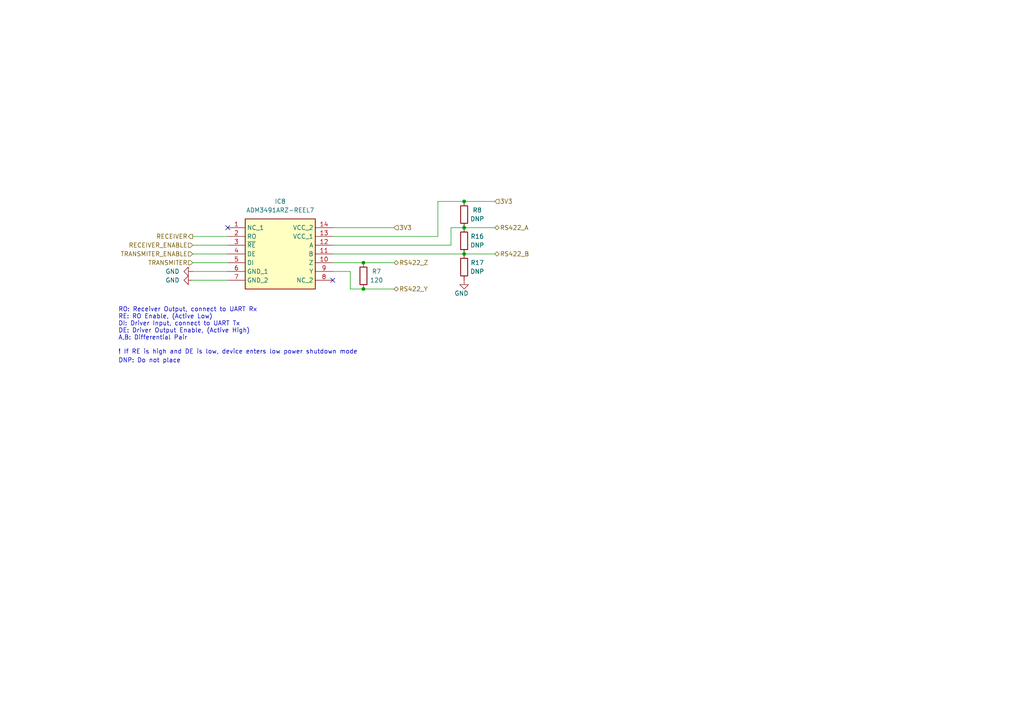
<source format=kicad_sch>
(kicad_sch
	(version 20231120)
	(generator "eeschema")
	(generator_version "8.0")
	(uuid "1d51142f-987f-4097-8913-d937f97f9417")
	(paper "A4")
	(lib_symbols
		(symbol "ADM3491ARZ-REEL7:ADM3491ARZ-REEL7"
			(exclude_from_sim no)
			(in_bom yes)
			(on_board yes)
			(property "Reference" "IC"
				(at 26.67 7.62 0)
				(effects
					(font
						(size 1.27 1.27)
					)
					(justify left top)
				)
			)
			(property "Value" "ADM3491ARZ-REEL7"
				(at 26.67 5.08 0)
				(effects
					(font
						(size 1.27 1.27)
					)
					(justify left top)
				)
			)
			(property "Footprint" "SOIC127P600X175-14N"
				(at 26.67 -94.92 0)
				(effects
					(font
						(size 1.27 1.27)
					)
					(justify left top)
					(hide yes)
				)
			)
			(property "Datasheet" "https://www.analog.com/media/en/technical-documentation/data-sheets/ADM3483_3485_3488_3490_3491.pdf"
				(at 26.67 -194.92 0)
				(effects
					(font
						(size 1.27 1.27)
					)
					(justify left top)
					(hide yes)
				)
			)
			(property "Description" "Single Transmitter/Receiver RS-422/RS-485 14-Pin SOIC N T/R"
				(at 0 0 0)
				(effects
					(font
						(size 1.27 1.27)
					)
					(hide yes)
				)
			)
			(property "Height" "1.75"
				(at 26.67 -394.92 0)
				(effects
					(font
						(size 1.27 1.27)
					)
					(justify left top)
					(hide yes)
				)
			)
			(property "Mouser Part Number" "584-ADM3491ARZ-R7"
				(at 26.67 -494.92 0)
				(effects
					(font
						(size 1.27 1.27)
					)
					(justify left top)
					(hide yes)
				)
			)
			(property "Mouser Price/Stock" "https://www.mouser.co.uk/ProductDetail/Analog-Devices/ADM3491ARZ-REEL7?qs=BpaRKvA4VqFzaBp8iOiNPQ%3D%3D"
				(at 26.67 -594.92 0)
				(effects
					(font
						(size 1.27 1.27)
					)
					(justify left top)
					(hide yes)
				)
			)
			(property "Manufacturer_Name" "Analog Devices"
				(at 26.67 -694.92 0)
				(effects
					(font
						(size 1.27 1.27)
					)
					(justify left top)
					(hide yes)
				)
			)
			(property "Manufacturer_Part_Number" "ADM3491ARZ-REEL7"
				(at 26.67 -794.92 0)
				(effects
					(font
						(size 1.27 1.27)
					)
					(justify left top)
					(hide yes)
				)
			)
			(symbol "ADM3491ARZ-REEL7_1_1"
				(rectangle
					(start 5.08 2.54)
					(end 25.4 -17.78)
					(stroke
						(width 0.254)
						(type default)
					)
					(fill
						(type background)
					)
				)
				(pin passive line
					(at 0 0 0)
					(length 5.08)
					(name "NC_1"
						(effects
							(font
								(size 1.27 1.27)
							)
						)
					)
					(number "1"
						(effects
							(font
								(size 1.27 1.27)
							)
						)
					)
				)
				(pin passive line
					(at 30.48 -10.16 180)
					(length 5.08)
					(name "Z"
						(effects
							(font
								(size 1.27 1.27)
							)
						)
					)
					(number "10"
						(effects
							(font
								(size 1.27 1.27)
							)
						)
					)
				)
				(pin passive line
					(at 30.48 -7.62 180)
					(length 5.08)
					(name "B"
						(effects
							(font
								(size 1.27 1.27)
							)
						)
					)
					(number "11"
						(effects
							(font
								(size 1.27 1.27)
							)
						)
					)
				)
				(pin passive line
					(at 30.48 -5.08 180)
					(length 5.08)
					(name "A"
						(effects
							(font
								(size 1.27 1.27)
							)
						)
					)
					(number "12"
						(effects
							(font
								(size 1.27 1.27)
							)
						)
					)
				)
				(pin passive line
					(at 30.48 -2.54 180)
					(length 5.08)
					(name "VCC_1"
						(effects
							(font
								(size 1.27 1.27)
							)
						)
					)
					(number "13"
						(effects
							(font
								(size 1.27 1.27)
							)
						)
					)
				)
				(pin passive line
					(at 30.48 0 180)
					(length 5.08)
					(name "VCC_2"
						(effects
							(font
								(size 1.27 1.27)
							)
						)
					)
					(number "14"
						(effects
							(font
								(size 1.27 1.27)
							)
						)
					)
				)
				(pin passive line
					(at 0 -2.54 0)
					(length 5.08)
					(name "RO"
						(effects
							(font
								(size 1.27 1.27)
							)
						)
					)
					(number "2"
						(effects
							(font
								(size 1.27 1.27)
							)
						)
					)
				)
				(pin passive line
					(at 0 -5.08 0)
					(length 5.08)
					(name "~{RE}"
						(effects
							(font
								(size 1.27 1.27)
							)
						)
					)
					(number "3"
						(effects
							(font
								(size 1.27 1.27)
							)
						)
					)
				)
				(pin passive line
					(at 0 -7.62 0)
					(length 5.08)
					(name "DE"
						(effects
							(font
								(size 1.27 1.27)
							)
						)
					)
					(number "4"
						(effects
							(font
								(size 1.27 1.27)
							)
						)
					)
				)
				(pin passive line
					(at 0 -10.16 0)
					(length 5.08)
					(name "DI"
						(effects
							(font
								(size 1.27 1.27)
							)
						)
					)
					(number "5"
						(effects
							(font
								(size 1.27 1.27)
							)
						)
					)
				)
				(pin passive line
					(at 0 -12.7 0)
					(length 5.08)
					(name "GND_1"
						(effects
							(font
								(size 1.27 1.27)
							)
						)
					)
					(number "6"
						(effects
							(font
								(size 1.27 1.27)
							)
						)
					)
				)
				(pin passive line
					(at 0 -15.24 0)
					(length 5.08)
					(name "GND_2"
						(effects
							(font
								(size 1.27 1.27)
							)
						)
					)
					(number "7"
						(effects
							(font
								(size 1.27 1.27)
							)
						)
					)
				)
				(pin passive line
					(at 30.48 -15.24 180)
					(length 5.08)
					(name "NC_2"
						(effects
							(font
								(size 1.27 1.27)
							)
						)
					)
					(number "8"
						(effects
							(font
								(size 1.27 1.27)
							)
						)
					)
				)
				(pin passive line
					(at 30.48 -12.7 180)
					(length 5.08)
					(name "Y"
						(effects
							(font
								(size 1.27 1.27)
							)
						)
					)
					(number "9"
						(effects
							(font
								(size 1.27 1.27)
							)
						)
					)
				)
			)
		)
		(symbol "Device:R"
			(pin_numbers hide)
			(pin_names
				(offset 0)
			)
			(exclude_from_sim no)
			(in_bom yes)
			(on_board yes)
			(property "Reference" "R"
				(at 2.032 0 90)
				(effects
					(font
						(size 1.27 1.27)
					)
				)
			)
			(property "Value" "R"
				(at 0 0 90)
				(effects
					(font
						(size 1.27 1.27)
					)
				)
			)
			(property "Footprint" ""
				(at -1.778 0 90)
				(effects
					(font
						(size 1.27 1.27)
					)
					(hide yes)
				)
			)
			(property "Datasheet" "~"
				(at 0 0 0)
				(effects
					(font
						(size 1.27 1.27)
					)
					(hide yes)
				)
			)
			(property "Description" "Resistor"
				(at 0 0 0)
				(effects
					(font
						(size 1.27 1.27)
					)
					(hide yes)
				)
			)
			(property "ki_keywords" "R res resistor"
				(at 0 0 0)
				(effects
					(font
						(size 1.27 1.27)
					)
					(hide yes)
				)
			)
			(property "ki_fp_filters" "R_*"
				(at 0 0 0)
				(effects
					(font
						(size 1.27 1.27)
					)
					(hide yes)
				)
			)
			(symbol "R_0_1"
				(rectangle
					(start -1.016 -2.54)
					(end 1.016 2.54)
					(stroke
						(width 0.254)
						(type default)
					)
					(fill
						(type none)
					)
				)
			)
			(symbol "R_1_1"
				(pin passive line
					(at 0 3.81 270)
					(length 1.27)
					(name "~"
						(effects
							(font
								(size 1.27 1.27)
							)
						)
					)
					(number "1"
						(effects
							(font
								(size 1.27 1.27)
							)
						)
					)
				)
				(pin passive line
					(at 0 -3.81 90)
					(length 1.27)
					(name "~"
						(effects
							(font
								(size 1.27 1.27)
							)
						)
					)
					(number "2"
						(effects
							(font
								(size 1.27 1.27)
							)
						)
					)
				)
			)
		)
		(symbol "power:GND"
			(power)
			(pin_names
				(offset 0)
			)
			(exclude_from_sim no)
			(in_bom yes)
			(on_board yes)
			(property "Reference" "#PWR"
				(at 0 -6.35 0)
				(effects
					(font
						(size 1.27 1.27)
					)
					(hide yes)
				)
			)
			(property "Value" "GND"
				(at 0 -3.81 0)
				(effects
					(font
						(size 1.27 1.27)
					)
				)
			)
			(property "Footprint" ""
				(at 0 0 0)
				(effects
					(font
						(size 1.27 1.27)
					)
					(hide yes)
				)
			)
			(property "Datasheet" ""
				(at 0 0 0)
				(effects
					(font
						(size 1.27 1.27)
					)
					(hide yes)
				)
			)
			(property "Description" "Power symbol creates a global label with name \"GND\" , ground"
				(at 0 0 0)
				(effects
					(font
						(size 1.27 1.27)
					)
					(hide yes)
				)
			)
			(property "ki_keywords" "global power"
				(at 0 0 0)
				(effects
					(font
						(size 1.27 1.27)
					)
					(hide yes)
				)
			)
			(symbol "GND_0_1"
				(polyline
					(pts
						(xy 0 0) (xy 0 -1.27) (xy 1.27 -1.27) (xy 0 -2.54) (xy -1.27 -1.27) (xy 0 -1.27)
					)
					(stroke
						(width 0)
						(type default)
					)
					(fill
						(type none)
					)
				)
			)
			(symbol "GND_1_1"
				(pin power_in line
					(at 0 0 270)
					(length 0) hide
					(name "GND"
						(effects
							(font
								(size 1.27 1.27)
							)
						)
					)
					(number "1"
						(effects
							(font
								(size 1.27 1.27)
							)
						)
					)
				)
			)
		)
	)
	(junction
		(at 105.41 83.82)
		(diameter 0)
		(color 0 0 0 0)
		(uuid "1b9ca251-ce5f-4ac7-bfa0-b49ea8d22997")
	)
	(junction
		(at 105.41 76.2)
		(diameter 0)
		(color 0 0 0 0)
		(uuid "7d4371a1-59eb-44e1-bb14-bac6ffd7c838")
	)
	(junction
		(at 134.62 73.66)
		(diameter 0)
		(color 0 0 0 0)
		(uuid "9b52b08d-78bf-4ad4-b659-4433171929d4")
	)
	(junction
		(at 134.62 66.04)
		(diameter 0)
		(color 0 0 0 0)
		(uuid "ceb74945-71c3-4f26-b6b9-6fc1d3f9de1b")
	)
	(junction
		(at 134.62 58.42)
		(diameter 0)
		(color 0 0 0 0)
		(uuid "d08c1fed-dbe8-4199-a6b1-5bcff3f82846")
	)
	(no_connect
		(at 96.52 81.28)
		(uuid "6da1407b-23fa-4951-87e7-fe9dba4bf436")
	)
	(no_connect
		(at 66.04 66.04)
		(uuid "f9a98665-8ab6-49a8-89bd-4a32a4e00e77")
	)
	(wire
		(pts
			(xy 55.88 76.2) (xy 66.04 76.2)
		)
		(stroke
			(width 0)
			(type default)
		)
		(uuid "0ca74e94-1e79-4cc8-a03c-01e1da33ec1c")
	)
	(wire
		(pts
			(xy 55.88 71.12) (xy 66.04 71.12)
		)
		(stroke
			(width 0)
			(type default)
		)
		(uuid "1989d83e-7e19-4f39-bef7-c55437dd298f")
	)
	(wire
		(pts
			(xy 130.81 66.04) (xy 130.81 71.12)
		)
		(stroke
			(width 0)
			(type default)
		)
		(uuid "1a26bfb6-5ea9-495d-aa35-c68f459922de")
	)
	(wire
		(pts
			(xy 134.62 58.42) (xy 127 58.42)
		)
		(stroke
			(width 0)
			(type default)
		)
		(uuid "1ebcfa24-904a-4179-a79a-eb0ea7fc8e42")
	)
	(wire
		(pts
			(xy 134.62 58.42) (xy 143.51 58.42)
		)
		(stroke
			(width 0)
			(type default)
		)
		(uuid "1f45aa1a-32b7-4aea-b7bd-90e91fe958df")
	)
	(wire
		(pts
			(xy 127 68.58) (xy 96.52 68.58)
		)
		(stroke
			(width 0)
			(type default)
		)
		(uuid "4f3161a2-54b0-4f8a-9cd0-55ec0a131ad0")
	)
	(wire
		(pts
			(xy 105.41 83.82) (xy 114.3 83.82)
		)
		(stroke
			(width 0)
			(type default)
		)
		(uuid "5a3c8c89-162a-4a56-acc7-8413e3992df5")
	)
	(wire
		(pts
			(xy 101.6 83.82) (xy 105.41 83.82)
		)
		(stroke
			(width 0)
			(type default)
		)
		(uuid "630978dc-76f0-471e-8a7d-0e135fefbe49")
	)
	(wire
		(pts
			(xy 105.41 76.2) (xy 114.3 76.2)
		)
		(stroke
			(width 0)
			(type default)
		)
		(uuid "75ce009a-f636-44ff-83b1-35f7f8dc3767")
	)
	(wire
		(pts
			(xy 114.3 66.04) (xy 96.52 66.04)
		)
		(stroke
			(width 0)
			(type default)
		)
		(uuid "842b9b9a-43b3-4c16-9d03-fc5852aabf81")
	)
	(wire
		(pts
			(xy 105.41 76.2) (xy 96.52 76.2)
		)
		(stroke
			(width 0)
			(type default)
		)
		(uuid "8aab0680-2a4b-4707-ac40-1a4ef46fbb61")
	)
	(wire
		(pts
			(xy 134.62 66.04) (xy 143.51 66.04)
		)
		(stroke
			(width 0)
			(type default)
		)
		(uuid "9573caaa-5c47-4edc-b1aa-70499c90dd86")
	)
	(wire
		(pts
			(xy 55.88 73.66) (xy 66.04 73.66)
		)
		(stroke
			(width 0)
			(type default)
		)
		(uuid "9dc0339f-8959-44e6-8f70-184a0fb9deee")
	)
	(wire
		(pts
			(xy 134.62 66.04) (xy 130.81 66.04)
		)
		(stroke
			(width 0)
			(type default)
		)
		(uuid "aa7a91ce-de90-4d3d-a48a-00c244aa1604")
	)
	(wire
		(pts
			(xy 96.52 73.66) (xy 134.62 73.66)
		)
		(stroke
			(width 0)
			(type default)
		)
		(uuid "ad5aa081-cfad-4482-b5cf-1b0ed665e114")
	)
	(wire
		(pts
			(xy 55.88 81.28) (xy 66.04 81.28)
		)
		(stroke
			(width 0)
			(type default)
		)
		(uuid "b64791c6-2afa-49e1-89d4-a77928d33b72")
	)
	(wire
		(pts
			(xy 55.88 68.58) (xy 66.04 68.58)
		)
		(stroke
			(width 0)
			(type default)
		)
		(uuid "c3189f69-b685-4cee-b2a4-8f920b43f482")
	)
	(wire
		(pts
			(xy 101.6 83.82) (xy 101.6 78.74)
		)
		(stroke
			(width 0)
			(type default)
		)
		(uuid "d0a6c46c-9999-4151-a15b-fb9ca1c08514")
	)
	(wire
		(pts
			(xy 101.6 78.74) (xy 96.52 78.74)
		)
		(stroke
			(width 0)
			(type default)
		)
		(uuid "d9ff70d5-2e6c-49f2-a712-e65a21e3d5a2")
	)
	(wire
		(pts
			(xy 134.62 73.66) (xy 143.51 73.66)
		)
		(stroke
			(width 0)
			(type default)
		)
		(uuid "daf0d229-78b2-4960-bf0f-113b64fe9efc")
	)
	(wire
		(pts
			(xy 130.81 71.12) (xy 96.52 71.12)
		)
		(stroke
			(width 0)
			(type default)
		)
		(uuid "e808ab74-4b0a-42fd-8500-dbb49af88979")
	)
	(wire
		(pts
			(xy 55.88 78.74) (xy 66.04 78.74)
		)
		(stroke
			(width 0)
			(type default)
		)
		(uuid "ec2f8d5b-af98-4249-a101-e87fdd0ea0e3")
	)
	(wire
		(pts
			(xy 127 58.42) (xy 127 68.58)
		)
		(stroke
			(width 0)
			(type default)
		)
		(uuid "f3d6b8de-f409-453e-9e66-891072bb292e")
	)
	(text "RO: Receiver Output, connect to UART Rx\nRE: RO Enable, (Active Low)\nDI: Driver Input, connect to UART Tx\nDE: Driver Output Enable, (Active High)\nA,B: Differential Pair\n\n! If RE is high and DE is low, device enters low power shutdown mode  "
		(exclude_from_sim no)
		(at 34.29 102.87 0)
		(effects
			(font
				(size 1.27 1.27)
			)
			(justify left bottom)
		)
		(uuid "2b84cbfe-2f99-4fe7-b71a-e61794f2630f")
	)
	(text "DNP: Do not place"
		(exclude_from_sim no)
		(at 34.29 105.41 0)
		(effects
			(font
				(size 1.27 1.27)
			)
			(justify left bottom)
		)
		(uuid "8f38fda9-76a9-4106-a4b2-7032bdcfe62a")
	)
	(hierarchical_label "RS422_Z"
		(shape bidirectional)
		(at 114.3 76.2 0)
		(fields_autoplaced yes)
		(effects
			(font
				(size 1.27 1.27)
			)
			(justify left)
		)
		(uuid "126dabe5-d93f-4a74-87c3-689bdd300f8b")
	)
	(hierarchical_label "RECEIVER_ENABLE"
		(shape input)
		(at 55.88 71.12 180)
		(fields_autoplaced yes)
		(effects
			(font
				(size 1.27 1.27)
			)
			(justify right)
		)
		(uuid "219cb49b-8616-4f37-8e5d-68147a29ffce")
	)
	(hierarchical_label "3V3"
		(shape input)
		(at 143.51 58.42 0)
		(fields_autoplaced yes)
		(effects
			(font
				(size 1.27 1.27)
			)
			(justify left)
		)
		(uuid "447d1293-eeca-47b0-a989-e797a6d955a5")
	)
	(hierarchical_label "TRANSMITER_ENABLE"
		(shape input)
		(at 55.88 73.66 180)
		(fields_autoplaced yes)
		(effects
			(font
				(size 1.27 1.27)
			)
			(justify right)
		)
		(uuid "46fcbfa9-b744-4125-8712-0d5fbf77e8c0")
	)
	(hierarchical_label "RS422_B"
		(shape bidirectional)
		(at 143.51 73.66 0)
		(fields_autoplaced yes)
		(effects
			(font
				(size 1.27 1.27)
			)
			(justify left)
		)
		(uuid "5f71127b-352b-46f2-b6fa-e6653f3f644b")
	)
	(hierarchical_label "TRANSMITER"
		(shape input)
		(at 55.88 76.2 180)
		(fields_autoplaced yes)
		(effects
			(font
				(size 1.27 1.27)
			)
			(justify right)
		)
		(uuid "6675016c-9e64-4d68-b0e3-4998016e7508")
	)
	(hierarchical_label "RECEIVER"
		(shape output)
		(at 55.88 68.58 180)
		(fields_autoplaced yes)
		(effects
			(font
				(size 1.27 1.27)
			)
			(justify right)
		)
		(uuid "d4af27ca-7341-41c1-bf60-021557cde747")
	)
	(hierarchical_label "RS422_Y"
		(shape bidirectional)
		(at 114.3 83.82 0)
		(fields_autoplaced yes)
		(effects
			(font
				(size 1.27 1.27)
			)
			(justify left)
		)
		(uuid "e19f321c-7edb-4c62-941f-0ba7a84f84aa")
	)
	(hierarchical_label "3V3"
		(shape input)
		(at 114.3 66.04 0)
		(fields_autoplaced yes)
		(effects
			(font
				(size 1.27 1.27)
			)
			(justify left)
		)
		(uuid "e8fd3e80-af0d-475f-b39e-db47b462e90f")
	)
	(hierarchical_label "RS422_A"
		(shape bidirectional)
		(at 143.51 66.04 0)
		(fields_autoplaced yes)
		(effects
			(font
				(size 1.27 1.27)
			)
			(justify left)
		)
		(uuid "fdf13bfb-4602-41ce-88e6-8d32c1162a60")
	)
	(symbol
		(lib_id "power:GND")
		(at 134.62 81.28 0)
		(unit 1)
		(exclude_from_sim no)
		(in_bom yes)
		(on_board yes)
		(dnp no)
		(uuid "024995fc-d0ca-41b4-a564-6dd739d7122e")
		(property "Reference" "#PWR019"
			(at 134.62 87.63 0)
			(effects
				(font
					(size 1.27 1.27)
				)
				(hide yes)
			)
		)
		(property "Value" "GND"
			(at 135.89 85.09 0)
			(effects
				(font
					(size 1.27 1.27)
				)
				(justify right)
			)
		)
		(property "Footprint" ""
			(at 134.62 81.28 0)
			(effects
				(font
					(size 1.27 1.27)
				)
				(hide yes)
			)
		)
		(property "Datasheet" ""
			(at 134.62 81.28 0)
			(effects
				(font
					(size 1.27 1.27)
				)
				(hide yes)
			)
		)
		(property "Description" ""
			(at 134.62 81.28 0)
			(effects
				(font
					(size 1.27 1.27)
				)
				(hide yes)
			)
		)
		(pin "1"
			(uuid "243e66e4-6139-4386-86d6-d8b08cdeb691")
		)
		(instances
			(project "obc-adcs-board"
				(path "/5e6153e6-2c19-46de-9a8e-b310a2a07861/264ea1cd-7e3a-479f-996a-c3cc3e2732eb/17bc16fd-8793-4639-9f11-c116d98e048e"
					(reference "#PWR019")
					(unit 1)
				)
			)
		)
	)
	(symbol
		(lib_id "Device:R")
		(at 134.62 62.23 180)
		(unit 1)
		(exclude_from_sim no)
		(in_bom yes)
		(on_board yes)
		(dnp no)
		(uuid "28eea49d-f6f7-42f5-bc5e-5013530157a7")
		(property "Reference" "R8"
			(at 138.43 60.96 0)
			(effects
				(font
					(size 1.27 1.27)
				)
			)
		)
		(property "Value" "DNP"
			(at 138.43 63.5 0)
			(effects
				(font
					(size 1.27 1.27)
				)
			)
		)
		(property "Footprint" "Resistor_SMD:R_0603_1608Metric"
			(at 136.398 62.23 90)
			(effects
				(font
					(size 1.27 1.27)
				)
				(hide yes)
			)
		)
		(property "Datasheet" "~"
			(at 134.62 62.23 0)
			(effects
				(font
					(size 1.27 1.27)
				)
				(hide yes)
			)
		)
		(property "Description" ""
			(at 134.62 62.23 0)
			(effects
				(font
					(size 1.27 1.27)
				)
				(hide yes)
			)
		)
		(pin "1"
			(uuid "2fa056d5-52a2-42d7-9a21-ae88124048b9")
		)
		(pin "2"
			(uuid "d0ea7081-2789-4d95-a3d3-edf726350fdb")
		)
		(instances
			(project "obc-adcs-board"
				(path "/5e6153e6-2c19-46de-9a8e-b310a2a07861/264ea1cd-7e3a-479f-996a-c3cc3e2732eb/17bc16fd-8793-4639-9f11-c116d98e048e"
					(reference "R8")
					(unit 1)
				)
			)
		)
	)
	(symbol
		(lib_id "Device:R")
		(at 134.62 77.47 180)
		(unit 1)
		(exclude_from_sim no)
		(in_bom yes)
		(on_board yes)
		(dnp no)
		(uuid "2d1c3a1f-0254-4da1-88c3-3ed15106fe47")
		(property "Reference" "R17"
			(at 138.43 76.2 0)
			(effects
				(font
					(size 1.27 1.27)
				)
			)
		)
		(property "Value" "DNP"
			(at 138.43 78.74 0)
			(effects
				(font
					(size 1.27 1.27)
				)
			)
		)
		(property "Footprint" "Resistor_SMD:R_0603_1608Metric"
			(at 136.398 77.47 90)
			(effects
				(font
					(size 1.27 1.27)
				)
				(hide yes)
			)
		)
		(property "Datasheet" "~"
			(at 134.62 77.47 0)
			(effects
				(font
					(size 1.27 1.27)
				)
				(hide yes)
			)
		)
		(property "Description" ""
			(at 134.62 77.47 0)
			(effects
				(font
					(size 1.27 1.27)
				)
				(hide yes)
			)
		)
		(pin "1"
			(uuid "966eb9dd-f0fc-4185-a3f3-d61e92d1331b")
		)
		(pin "2"
			(uuid "331a2d84-0594-4361-b44f-e00214c7093e")
		)
		(instances
			(project "obc-adcs-board"
				(path "/5e6153e6-2c19-46de-9a8e-b310a2a07861/264ea1cd-7e3a-479f-996a-c3cc3e2732eb/17bc16fd-8793-4639-9f11-c116d98e048e"
					(reference "R17")
					(unit 1)
				)
			)
		)
	)
	(symbol
		(lib_id "power:GND")
		(at 55.88 81.28 270)
		(unit 1)
		(exclude_from_sim no)
		(in_bom yes)
		(on_board yes)
		(dnp no)
		(uuid "5ec28ae9-6f76-4a2c-82e4-e67e39801c0d")
		(property "Reference" "#PWR047"
			(at 49.53 81.28 0)
			(effects
				(font
					(size 1.27 1.27)
				)
				(hide yes)
			)
		)
		(property "Value" "GND"
			(at 52.07 81.28 90)
			(effects
				(font
					(size 1.27 1.27)
				)
				(justify right)
			)
		)
		(property "Footprint" ""
			(at 55.88 81.28 0)
			(effects
				(font
					(size 1.27 1.27)
				)
				(hide yes)
			)
		)
		(property "Datasheet" ""
			(at 55.88 81.28 0)
			(effects
				(font
					(size 1.27 1.27)
				)
				(hide yes)
			)
		)
		(property "Description" ""
			(at 55.88 81.28 0)
			(effects
				(font
					(size 1.27 1.27)
				)
				(hide yes)
			)
		)
		(pin "1"
			(uuid "20ecccef-3498-48bb-bf1e-4af9e598f535")
		)
		(instances
			(project "obc-adcs-board"
				(path "/5e6153e6-2c19-46de-9a8e-b310a2a07861/264ea1cd-7e3a-479f-996a-c3cc3e2732eb/17bc16fd-8793-4639-9f11-c116d98e048e"
					(reference "#PWR047")
					(unit 1)
				)
			)
		)
	)
	(symbol
		(lib_id "ADM3491ARZ-REEL7:ADM3491ARZ-REEL7")
		(at 66.04 66.04 0)
		(unit 1)
		(exclude_from_sim no)
		(in_bom yes)
		(on_board yes)
		(dnp no)
		(fields_autoplaced yes)
		(uuid "cb0be9b8-8741-4610-8d3e-02db7ab9bdcc")
		(property "Reference" "IC8"
			(at 81.28 58.42 0)
			(effects
				(font
					(size 1.27 1.27)
				)
			)
		)
		(property "Value" "ADM3491ARZ-REEL7"
			(at 81.28 60.96 0)
			(effects
				(font
					(size 1.27 1.27)
				)
			)
		)
		(property "Footprint" "ADM3491:SOIC127P600X175-14N"
			(at 92.71 160.96 0)
			(effects
				(font
					(size 1.27 1.27)
				)
				(justify left top)
				(hide yes)
			)
		)
		(property "Datasheet" "https://www.analog.com/media/en/technical-documentation/data-sheets/ADM3483_3485_3488_3490_3491.pdf"
			(at 92.71 260.96 0)
			(effects
				(font
					(size 1.27 1.27)
				)
				(justify left top)
				(hide yes)
			)
		)
		(property "Description" ""
			(at 66.04 66.04 0)
			(effects
				(font
					(size 1.27 1.27)
				)
				(hide yes)
			)
		)
		(property "Height" "1.75"
			(at 92.71 460.96 0)
			(effects
				(font
					(size 1.27 1.27)
				)
				(justify left top)
				(hide yes)
			)
		)
		(property "Mouser Part Number" "584-ADM3491ARZ-R7"
			(at 92.71 560.96 0)
			(effects
				(font
					(size 1.27 1.27)
				)
				(justify left top)
				(hide yes)
			)
		)
		(property "Mouser Price/Stock" "https://www.mouser.co.uk/ProductDetail/Analog-Devices/ADM3491ARZ-REEL7?qs=BpaRKvA4VqFzaBp8iOiNPQ%3D%3D"
			(at 92.71 660.96 0)
			(effects
				(font
					(size 1.27 1.27)
				)
				(justify left top)
				(hide yes)
			)
		)
		(property "Manufacturer_Name" "Analog Devices"
			(at 92.71 760.96 0)
			(effects
				(font
					(size 1.27 1.27)
				)
				(justify left top)
				(hide yes)
			)
		)
		(property "Manufacturer_Part_Number" "ADM3491ARZ-REEL7"
			(at 92.71 860.96 0)
			(effects
				(font
					(size 1.27 1.27)
				)
				(justify left top)
				(hide yes)
			)
		)
		(pin "12"
			(uuid "36414d41-0a5c-4200-848f-8df442039c9c")
		)
		(pin "13"
			(uuid "ac8eea3c-809d-4f6d-a0c8-b1797ffe1977")
		)
		(pin "6"
			(uuid "9fc88312-7044-4057-8e74-e0561bec77a3")
		)
		(pin "2"
			(uuid "e829a9b4-cfcf-4ed8-8997-22da343922f9")
		)
		(pin "8"
			(uuid "d4f19d52-d79b-4a3b-bf06-6fce11baff0b")
		)
		(pin "7"
			(uuid "3b2200a2-48b0-45ab-97ea-d8fdd5e0542e")
		)
		(pin "11"
			(uuid "6b577dc0-c3c6-46e7-a7af-dc58ea2d87ca")
		)
		(pin "14"
			(uuid "28a51d30-b6f1-4c96-8b8e-38ace252c83a")
		)
		(pin "9"
			(uuid "b436f433-7c40-47b6-9607-dc9d57b0588f")
		)
		(pin "10"
			(uuid "e354b975-1f8e-43f9-98b0-18949225a7af")
		)
		(pin "1"
			(uuid "4c4691aa-2e6f-4537-8539-095be9174d6f")
		)
		(pin "5"
			(uuid "2c06adfd-0316-46cb-8a37-4904c302e6c1")
		)
		(pin "4"
			(uuid "81bb1259-c29f-4fa4-841c-bb33703c2b1b")
		)
		(pin "3"
			(uuid "2eb2df3d-68b3-44db-8d54-df2560355fca")
		)
		(instances
			(project "obc-adcs-board"
				(path "/5e6153e6-2c19-46de-9a8e-b310a2a07861/264ea1cd-7e3a-479f-996a-c3cc3e2732eb/17bc16fd-8793-4639-9f11-c116d98e048e"
					(reference "IC8")
					(unit 1)
				)
			)
		)
	)
	(symbol
		(lib_id "power:GND")
		(at 55.88 78.74 270)
		(unit 1)
		(exclude_from_sim no)
		(in_bom yes)
		(on_board yes)
		(dnp no)
		(uuid "cc7e780b-d170-42b4-ac4a-e23be97468af")
		(property "Reference" "#PWR028"
			(at 49.53 78.74 0)
			(effects
				(font
					(size 1.27 1.27)
				)
				(hide yes)
			)
		)
		(property "Value" "GND"
			(at 52.07 78.74 90)
			(effects
				(font
					(size 1.27 1.27)
				)
				(justify right)
			)
		)
		(property "Footprint" ""
			(at 55.88 78.74 0)
			(effects
				(font
					(size 1.27 1.27)
				)
				(hide yes)
			)
		)
		(property "Datasheet" ""
			(at 55.88 78.74 0)
			(effects
				(font
					(size 1.27 1.27)
				)
				(hide yes)
			)
		)
		(property "Description" ""
			(at 55.88 78.74 0)
			(effects
				(font
					(size 1.27 1.27)
				)
				(hide yes)
			)
		)
		(pin "1"
			(uuid "7e3fd0df-749a-44c8-8333-f15cfc486eec")
		)
		(instances
			(project "obc-adcs-board"
				(path "/5e6153e6-2c19-46de-9a8e-b310a2a07861/264ea1cd-7e3a-479f-996a-c3cc3e2732eb/17bc16fd-8793-4639-9f11-c116d98e048e"
					(reference "#PWR028")
					(unit 1)
				)
			)
		)
	)
	(symbol
		(lib_id "Device:R")
		(at 105.41 80.01 180)
		(unit 1)
		(exclude_from_sim no)
		(in_bom yes)
		(on_board yes)
		(dnp no)
		(uuid "eacbd82e-7970-45fc-a67c-f83bd6d4b3f8")
		(property "Reference" "R7"
			(at 109.22 78.74 0)
			(effects
				(font
					(size 1.27 1.27)
				)
			)
		)
		(property "Value" "120"
			(at 109.22 81.28 0)
			(effects
				(font
					(size 1.27 1.27)
				)
			)
		)
		(property "Footprint" "Resistor_SMD:R_0603_1608Metric"
			(at 107.188 80.01 90)
			(effects
				(font
					(size 1.27 1.27)
				)
				(hide yes)
			)
		)
		(property "Datasheet" "~"
			(at 105.41 80.01 0)
			(effects
				(font
					(size 1.27 1.27)
				)
				(hide yes)
			)
		)
		(property "Description" ""
			(at 105.41 80.01 0)
			(effects
				(font
					(size 1.27 1.27)
				)
				(hide yes)
			)
		)
		(pin "1"
			(uuid "c254a04e-ee82-4026-a50b-d07ecaa28b76")
		)
		(pin "2"
			(uuid "d940a1b3-6eed-4eb0-932b-571807aa1f8c")
		)
		(instances
			(project "obc-adcs-board"
				(path "/5e6153e6-2c19-46de-9a8e-b310a2a07861/264ea1cd-7e3a-479f-996a-c3cc3e2732eb/17bc16fd-8793-4639-9f11-c116d98e048e"
					(reference "R7")
					(unit 1)
				)
			)
		)
	)
	(symbol
		(lib_id "Device:R")
		(at 134.62 69.85 180)
		(unit 1)
		(exclude_from_sim no)
		(in_bom yes)
		(on_board yes)
		(dnp no)
		(uuid "ed0cc46c-da18-4e98-9329-f0ebc3843de2")
		(property "Reference" "R16"
			(at 138.43 68.58 0)
			(effects
				(font
					(size 1.27 1.27)
				)
			)
		)
		(property "Value" "DNP"
			(at 138.43 71.12 0)
			(effects
				(font
					(size 1.27 1.27)
				)
			)
		)
		(property "Footprint" "Resistor_SMD:R_0603_1608Metric"
			(at 136.398 69.85 90)
			(effects
				(font
					(size 1.27 1.27)
				)
				(hide yes)
			)
		)
		(property "Datasheet" "~"
			(at 134.62 69.85 0)
			(effects
				(font
					(size 1.27 1.27)
				)
				(hide yes)
			)
		)
		(property "Description" ""
			(at 134.62 69.85 0)
			(effects
				(font
					(size 1.27 1.27)
				)
				(hide yes)
			)
		)
		(pin "1"
			(uuid "8e89d040-3470-4bcd-ad66-fa2ae18a94b3")
		)
		(pin "2"
			(uuid "bb2fe37a-4edd-4c3b-83d9-62c7f3a03cf4")
		)
		(instances
			(project "obc-adcs-board"
				(path "/5e6153e6-2c19-46de-9a8e-b310a2a07861/264ea1cd-7e3a-479f-996a-c3cc3e2732eb/17bc16fd-8793-4639-9f11-c116d98e048e"
					(reference "R16")
					(unit 1)
				)
			)
		)
	)
)
</source>
